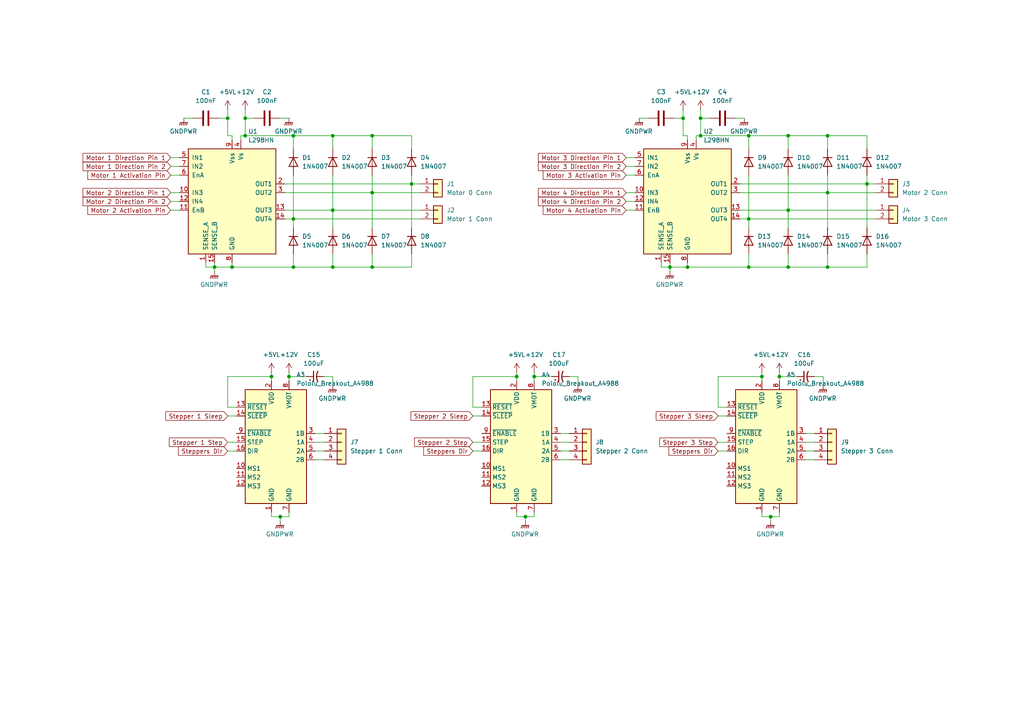
<source format=kicad_sch>
(kicad_sch (version 20250114) (generator "eeschema") (generator_version "9.0")
  (paper "A4")
  (lib_symbols
    (symbol "Connector_Generic:Conn_01x02" (pin_names (offset 1.016) (hide yes))
      (property "Reference" "J" (at 0 2.54 0))
      (property "Value" "Conn_01x02" (at 0 -5.08 0))
      (symbol "Conn_01x02_1_1"
        (rectangle (start -1.27 1.27) (end 1.27 -3.81) (stroke (width 0.254)) (fill (type background)))
        (rectangle (start -1.27 0.127) (end 0 -0.127) (stroke (width 0.1524)))
        (rectangle (start -1.27 -2.413) (end 0 -2.667) (stroke (width 0.1524)))
        (pin passive line (at -5.08 0 0) (length 3.81) (name "Pin_1") (number "1"))
        (pin passive line (at -5.08 -2.54 0) (length 3.81) (name "Pin_2") (number "2"))
      )
    )
    (symbol "Connector_Generic:Conn_01x04" (pin_names (offset 1.016) (hide yes))
      (property "Reference" "J" (at 0 5.08 0))
      (property "Value" "Conn_01x04" (at 0 -7.62 0))
      (symbol "Conn_01x04_1_1"
        (rectangle (start -1.27 3.81) (end 1.27 -6.35) (stroke (width 0.254)) (fill (type background)))
        (rectangle (start -1.27 2.667) (end 0 2.413) (stroke (width 0.1524)))
        (rectangle (start -1.27 0.127) (end 0 -0.127) (stroke (width 0.1524)))
        (rectangle (start -1.27 -2.413) (end 0 -2.667) (stroke (width 0.1524)))
        (rectangle (start -1.27 -4.953) (end 0 -5.207) (stroke (width 0.1524)))
        (pin passive line (at -5.08 2.54 0) (length 3.81) (name "Pin_1") (number "1"))
        (pin passive line (at -5.08 0 0) (length 3.81) (name "Pin_2") (number "2"))
        (pin passive line (at -5.08 -2.54 0) (length 3.81) (name "Pin_3") (number "3"))
        (pin passive line (at -5.08 -5.08 0) (length 3.81) (name "Pin_4") (number "4"))
      )
    )
    (symbol "Device:C" (pin_numbers (hide yes)) (pin_names (offset 0.254))
      (property "Reference" "C" (at 0.635 2.54 0))
      (property "Value" "C" (at 0.635 -2.54 0))
      (symbol "C_0_1"
        (polyline (pts (xy -2.032 0.762) (xy 2.032 0.762)) (stroke (width 0.508)))
        (polyline (pts (xy -2.032 -0.762) (xy 2.032 -0.762)) (stroke (width 0.508)))
      )
      (symbol "C_1_1"
        (pin passive line (at 0 3.81 270) (length 2.794) (name "~") (number "1"))
        (pin passive line (at 0 -3.81 90) (length 2.794) (name "~") (number "2"))
      )
    )
    (symbol "Device:C_Polarized_Small_US" (pin_numbers (hide yes)) (pin_names (offset 0.254) (hide yes))
      (property "Reference" "C" (at 0.254 1.778 0))
      (property "Value" "C_Polarized_Small_US" (at 0.254 -2.032 0))
      (symbol "C_Polarized_Small_US_0_1"
        (polyline (pts (xy -1.524 0.508) (xy 1.524 0.508)) (stroke (width 0.3048)))
        (polyline (pts (xy -1.27 1.524) (xy -0.762 1.524)))
        (polyline (pts (xy -1.016 1.27) (xy -1.016 1.778)))
        (arc (start -1.524 -0.762) (mid 0 -0.3734) (end 1.524 -0.762) (stroke (width 0.3048)))
      )
      (symbol "C_Polarized_Small_US_1_1"
        (pin passive line (at 0 2.54 270) (length 2.032) (name "~") (number "1"))
        (pin passive line (at 0 -2.54 90) (length 2.032) (name "~") (number "2"))
      )
    )
    (symbol "Diode:1N4007" (pin_numbers (hide yes)) (pin_names (hide yes))
      (property "Reference" "D" (at 0 2.54 0))
      (property "Value" "1N4007" (at 0 -2.54 0))
      (symbol "1N4007_0_1"
        (polyline (pts (xy -1.27 1.27) (xy -1.27 -1.27)) (stroke (width 0.254)))
        (polyline (pts (xy 1.27 1.27) (xy 1.27 -1.27) (xy -1.27 0) (xy 1.27 1.27)) (stroke (width 0.254)))
        (polyline (pts (xy 1.27 0) (xy -1.27 0)))
      )
      (symbol "1N4007_1_1"
        (pin passive line (at -3.81 0 0) (length 2.54) (name "K") (number "1"))
        (pin passive line (at 3.81 0 180) (length 2.54) (name "A") (number "2"))
      )
    )
    (symbol "Driver_Motor:L298HN" (pin_names (offset 1.016))
      (property "Reference" "U" (at -10.16 16.51 0))
      (property "Value" "L298HN" (at 12.7 16.51 0))
      (symbol "L298HN_0_1"
        (rectangle (start -12.7 15.24) (end 12.7 -15.24) (stroke (width 0.254)) (fill (type background)))
      )
      (symbol "L298HN_1_1"
        (pin input line (at -15.24 12.7 0) (length 2.54) (name "IN1") (number "5"))
        (pin input line (at -15.24 10.16 0) (length 2.54) (name "IN2") (number "7"))
        (pin input line (at -15.24 7.62 0) (length 2.54) (name "EnA") (number "6"))
        (pin input line (at -15.24 2.54 0) (length 2.54) (name "IN3") (number "10"))
        (pin input line (at -15.24 0 0) (length 2.54) (name "IN4") (number "12"))
        (pin input line (at -15.24 -2.54 0) (length 2.54) (name "EnB") (number "11"))
        (pin power_in line (at -7.62 -17.78 90) (length 2.54) (name "SENSE_A") (number "1"))
        (pin power_in line (at -5.08 -17.78 90) (length 2.54) (name "SENSE_B") (number "15"))
        (pin power_in line (at 0 17.78 270) (length 2.54) (name "Vss") (number "9"))
        (pin power_in line (at 0 -17.78 90) (length 2.54) (name "GND") (number "8"))
        (pin power_in line (at 2.54 17.78 270) (length 2.54) (name "Vs") (number "4"))
        (pin output line (at 15.24 5.08 180) (length 2.54) (name "OUT1") (number "2"))
        (pin output line (at 15.24 2.54 180) (length 2.54) (name "OUT2") (number "3"))
        (pin output line (at 15.24 -2.54 180) (length 2.54) (name "OUT3") (number "13"))
        (pin output line (at 15.24 -5.08 180) (length 2.54) (name "OUT4") (number "14"))
      )
    )
    (symbol "Driver_Motor:Pololu_Breakout_A4988"
      (property "Reference" "A" (at -2.54 19.05 0))
      (property "Value" "Pololu_Breakout_A4988" (at -2.54 16.51 0))
      (symbol "Pololu_Breakout_A4988_0_1"
        (rectangle (start 10.16 -17.78) (end -7.62 15.24) (stroke (width 0.254)) (fill (type background)))
      )
      (symbol "Pololu_Breakout_A4988_1_1"
        (pin input line (at -10.16 10.16 0) (length 2.54) (name "~{RESET}") (number "13"))
        (pin input line (at -10.16 7.62 0) (length 2.54) (name "~{SLEEP}") (number "14"))
        (pin input line (at -10.16 2.54 0) (length 2.54) (name "~{ENABLE}") (number "9"))
        (pin input line (at -10.16 0 0) (length 2.54) (name "STEP") (number "15"))
        (pin input line (at -10.16 -2.54 0) (length 2.54) (name "DIR") (number "16"))
        (pin input line (at -10.16 -7.62 0) (length 2.54) (name "MS1") (number "10"))
        (pin input line (at -10.16 -10.16 0) (length 2.54) (name "MS2") (number "11"))
        (pin input line (at -10.16 -12.7 0) (length 2.54) (name "MS3") (number "12"))
        (pin power_in line (at 0 17.78 270) (length 2.54) (name "VDD") (number "2"))
        (pin power_in line (at 0 -20.32 90) (length 2.54) (name "GND") (number "1"))
        (pin power_in line (at 5.08 17.78 270) (length 2.54) (name "VMOT") (number "8"))
        (pin power_in line (at 5.08 -20.32 90) (length 2.54) (name "GND") (number "7"))
        (pin output line (at 12.7 2.54 180) (length 2.54) (name "1B") (number "3"))
        (pin output line (at 12.7 0 180) (length 2.54) (name "1A") (number "4"))
        (pin output line (at 12.7 -2.54 180) (length 2.54) (name "2A") (number "5"))
        (pin output line (at 12.7 -5.08 180) (length 2.54) (name "2B") (number "6"))
      )
    )
    (symbol "power:+12V" (power) (pin_numbers (hide yes)) (pin_names (offset 0) (hide yes))
      (property "Value" "+12V" (at 0 3.556 0))
      (symbol "+12V_0_1"
        (polyline (pts (xy -0.762 1.27) (xy 0 2.54)))
        (polyline (pts (xy 0 2.54) (xy 0.762 1.27)))
        (polyline (pts (xy 0 0) (xy 0 2.54)))
      )
      (symbol "+12V_1_1"
        (pin power_in line (at 0 0 90) (length 0) (name "~") (number "1"))
      )
    )
    (symbol "power:+5VL" (power) (pin_numbers (hide yes)) (pin_names (offset 0) (hide yes))
      (property "Value" "+5VL" (at 0 3.556 0))
      (symbol "+5VL_0_1"
        (polyline (pts (xy -0.762 1.27) (xy 0 2.54)))
        (polyline (pts (xy 0 2.54) (xy 0.762 1.27)))
        (polyline (pts (xy 0 0) (xy 0 2.54)))
      )
      (symbol "+5VL_1_1"
        (pin power_in line (at 0 0 90) (length 0) (name "~") (number "1"))
      )
    )
    (symbol "power:GNDPWR" (power) (pin_numbers (hide yes)) (pin_names (offset 0) (hide yes))
      (property "Value" "GNDPWR" (at 0 -3.302 0))
      (symbol "GNDPWR_0_1"
        (polyline (pts (xy -1.016 -1.27) (xy -1.27 -2.032) (xy -1.27 -2.032)) (stroke (width 0.2032)))
        (polyline (pts (xy -0.508 -1.27) (xy -0.762 -2.032) (xy -0.762 -2.032)) (stroke (width 0.2032)))
        (polyline (pts (xy 0 -1.27) (xy 0 0)))
        (polyline (pts (xy 0 -1.27) (xy -0.254 -2.032) (xy -0.254 -2.032)) (stroke (width 0.2032)))
        (polyline (pts (xy 0.508 -1.27) (xy 0.254 -2.032) (xy 0.254 -2.032)) (stroke (width 0.2032)))
        (polyline (pts (xy 1.016 -1.27) (xy -1.016 -1.27) (xy -1.016 -1.27)) (stroke (width 0.2032)))
        (polyline (pts (xy 1.016 -1.27) (xy 0.762 -2.032) (xy 0.762 -2.032) (xy 0.762 -2.032)) (stroke (width 0.2032)))
      )
      (symbol "GNDPWR_1_1"
        (pin power_in line (at 0 0 270) (length 0) (name "~") (number "1"))
      )
    )
  )
  (junction (at 228.6 60.96))
  (junction (at 78.74 109.22))
  (junction (at 149.86 109.22))
  (junction (at 83.82 109.22))
  (junction (at 107.95 39.37))
  (junction (at 96.52 77.47))
  (junction (at 228.6 77.47))
  (junction (at 154.94 109.22))
  (junction (at 85.09 77.47))
  (junction (at 81.28 149.86))
  (junction (at 217.17 63.5))
  (junction (at 85.09 39.37))
  (junction (at 96.52 60.96))
  (junction (at 194.31 77.47))
  (junction (at 152.4 149.86))
  (junction (at 119.38 53.34))
  (junction (at 240.03 39.37))
  (junction (at 223.52 149.86))
  (junction (at 66.04 34.29))
  (junction (at 240.03 55.88))
  (junction (at 203.2 34.29))
  (junction (at 67.31 77.47))
  (junction (at 85.09 63.5))
  (junction (at 107.95 55.88))
  (junction (at 240.03 77.47))
  (junction (at 198.12 34.29))
  (junction (at 217.17 39.37))
  (junction (at 203.2 39.37))
  (junction (at 217.17 77.47))
  (junction (at 71.12 34.29))
  (junction (at 251.46 53.34))
  (junction (at 199.39 77.47))
  (junction (at 71.12 39.37))
  (junction (at 107.95 77.47))
  (junction (at 62.23 77.47))
  (junction (at 96.52 39.37))
  (junction (at 220.98 109.22))
  (junction (at 226.06 109.22))
  (junction (at 228.6 39.37))
  (wire (pts (xy 217.17 63.5) (xy 254 63.5)))
  (wire (pts (xy 71.12 34.29) (xy 71.12 39.37)))
  (wire (pts (xy 198.12 31.75) (xy 198.12 34.29)))
  (wire (pts (xy 181.61 45.72) (xy 184.15 45.72)))
  (wire (pts (xy 238.76 109.22) (xy 238.76 111.76)))
  (wire (pts (xy 107.95 39.37) (xy 119.38 39.37)))
  (wire (pts (xy 220.98 149.86) (xy 223.52 149.86)))
  (wire (pts (xy 85.09 63.5) (xy 85.09 66.04)))
  (wire (pts (xy 59.69 76.2) (xy 59.69 77.47)))
  (wire (pts (xy 214.63 60.96) (xy 228.6 60.96)))
  (wire (pts (xy 228.6 77.47) (xy 240.03 77.47)))
  (wire (pts (xy 208.28 109.22) (xy 220.98 109.22)))
  (wire (pts (xy 217.17 63.5) (xy 217.17 66.04)))
  (wire (pts (xy 201.93 39.37) (xy 203.2 39.37)))
  (wire (pts (xy 191.77 77.47) (xy 194.31 77.47)))
  (wire (pts (xy 251.46 50.8) (xy 251.46 53.34)))
  (wire (pts (xy 82.55 63.5) (xy 85.09 63.5)))
  (wire (pts (xy 233.68 125.73) (xy 236.22 125.73)))
  (wire (pts (xy 199.39 76.2) (xy 199.39 77.47)))
  (wire (pts (xy 226.06 109.22) (xy 226.06 110.49)))
  (wire (pts (xy 214.63 63.5) (xy 217.17 63.5)))
  (wire (pts (xy 66.04 39.37) (xy 67.31 39.37)))
  (wire (pts (xy 223.52 151.13) (xy 223.52 149.86)))
  (wire (pts (xy 217.17 43.18) (xy 217.17 39.37)))
  (wire (pts (xy 119.38 73.66) (xy 119.38 77.47)))
  (wire (pts (xy 214.63 55.88) (xy 240.03 55.88)))
  (wire (pts (xy 91.44 125.73) (xy 93.98 125.73)))
  (wire (pts (xy 162.56 133.35) (xy 165.1 133.35)))
  (wire (pts (xy 66.04 120.65) (xy 68.58 120.65)))
  (wire (pts (xy 240.03 73.66) (xy 240.03 77.47)))
  (wire (pts (xy 85.09 77.47) (xy 96.52 77.47)))
  (wire (pts (xy 81.28 151.13) (xy 81.28 149.86)))
  (wire (pts (xy 91.44 130.81) (xy 93.98 130.81)))
  (wire (pts (xy 49.53 45.72) (xy 52.07 45.72)))
  (wire (pts (xy 96.52 50.8) (xy 96.52 60.96)))
  (wire (pts (xy 66.04 109.22) (xy 78.74 109.22)))
  (wire (pts (xy 162.56 130.81) (xy 165.1 130.81)))
  (wire (pts (xy 85.09 73.66) (xy 85.09 77.47)))
  (wire (pts (xy 217.17 50.8) (xy 217.17 63.5)))
  (wire (pts (xy 217.17 73.66) (xy 217.17 77.47)))
  (wire (pts (xy 162.56 125.73) (xy 165.1 125.73)))
  (wire (pts (xy 67.31 76.2) (xy 67.31 77.47)))
  (wire (pts (xy 67.31 39.37) (xy 67.31 40.64)))
  (wire (pts (xy 107.95 55.88) (xy 121.92 55.88)))
  (wire (pts (xy 63.5 34.29) (xy 66.04 34.29)))
  (wire (pts (xy 83.82 107.95) (xy 83.82 109.22)))
  (wire (pts (xy 199.39 77.47) (xy 217.17 77.47)))
  (wire (pts (xy 154.94 109.22) (xy 160.02 109.22)))
  (wire (pts (xy 181.61 50.8) (xy 184.15 50.8)))
  (wire (pts (xy 226.06 107.95) (xy 226.06 109.22)))
  (wire (pts (xy 167.64 109.22) (xy 167.64 111.76)))
  (wire (pts (xy 53.34 34.29) (xy 55.88 34.29)))
  (wire (pts (xy 96.52 109.22) (xy 96.52 111.76)))
  (wire (pts (xy 220.98 107.95) (xy 220.98 109.22)))
  (wire (pts (xy 198.12 34.29) (xy 198.12 39.37)))
  (wire (pts (xy 107.95 55.88) (xy 107.95 66.04)))
  (wire (pts (xy 137.16 128.27) (xy 139.7 128.27)))
  (wire (pts (xy 154.94 148.59) (xy 154.94 149.86)))
  (wire (pts (xy 228.6 73.66) (xy 228.6 77.47)))
  (wire (pts (xy 220.98 148.59) (xy 220.98 149.86)))
  (wire (pts (xy 96.52 39.37) (xy 107.95 39.37)))
  (wire (pts (xy 203.2 39.37) (xy 217.17 39.37)))
  (wire (pts (xy 162.56 128.27) (xy 165.1 128.27)))
  (wire (pts (xy 96.52 73.66) (xy 96.52 77.47)))
  (wire (pts (xy 93.98 109.22) (xy 96.52 109.22)))
  (wire (pts (xy 228.6 60.96) (xy 254 60.96)))
  (wire (pts (xy 137.16 118.11) (xy 139.7 118.11)))
  (wire (pts (xy 203.2 34.29) (xy 205.74 34.29)))
  (wire (pts (xy 83.82 109.22) (xy 88.9 109.22)))
  (wire (pts (xy 149.86 109.22) (xy 149.86 110.49)))
  (wire (pts (xy 240.03 50.8) (xy 240.03 55.88)))
  (wire (pts (xy 83.82 149.86) (xy 81.28 149.86)))
  (wire (pts (xy 91.44 128.27) (xy 93.98 128.27)))
  (wire (pts (xy 220.98 109.22) (xy 220.98 110.49)))
  (wire (pts (xy 49.53 50.8) (xy 52.07 50.8)))
  (wire (pts (xy 165.1 109.22) (xy 167.64 109.22)))
  (wire (pts (xy 66.04 31.75) (xy 66.04 34.29)))
  (wire (pts (xy 181.61 48.26) (xy 184.15 48.26)))
  (wire (pts (xy 208.28 118.11) (xy 210.82 118.11)))
  (wire (pts (xy 83.82 109.22) (xy 83.82 110.49)))
  (wire (pts (xy 66.04 118.11) (xy 68.58 118.11)))
  (wire (pts (xy 199.39 39.37) (xy 198.12 39.37)))
  (wire (pts (xy 85.09 63.5) (xy 121.92 63.5)))
  (wire (pts (xy 199.39 77.47) (xy 194.31 77.47)))
  (wire (pts (xy 240.03 55.88) (xy 240.03 66.04)))
  (wire (pts (xy 137.16 118.11) (xy 137.16 109.22)))
  (wire (pts (xy 233.68 133.35) (xy 236.22 133.35)))
  (wire (pts (xy 107.95 73.66) (xy 107.95 77.47)))
  (wire (pts (xy 81.28 34.29) (xy 83.82 34.29)))
  (wire (pts (xy 240.03 55.88) (xy 254 55.88)))
  (wire (pts (xy 203.2 34.29) (xy 203.2 39.37)))
  (wire (pts (xy 149.86 148.59) (xy 149.86 149.86)))
  (wire (pts (xy 208.28 130.81) (xy 210.82 130.81)))
  (wire (pts (xy 78.74 109.22) (xy 78.74 110.49)))
  (wire (pts (xy 91.44 133.35) (xy 93.98 133.35)))
  (wire (pts (xy 208.28 120.65) (xy 210.82 120.65)))
  (wire (pts (xy 107.95 50.8) (xy 107.95 55.88)))
  (wire (pts (xy 137.16 120.65) (xy 139.7 120.65)))
  (wire (pts (xy 119.38 43.18) (xy 119.38 39.37)))
  (wire (pts (xy 154.94 107.95) (xy 154.94 109.22)))
  (wire (pts (xy 82.55 60.96) (xy 96.52 60.96)))
  (wire (pts (xy 240.03 39.37) (xy 240.03 43.18)))
  (wire (pts (xy 82.55 55.88) (xy 107.95 55.88)))
  (wire (pts (xy 137.16 130.81) (xy 139.7 130.81)))
  (wire (pts (xy 152.4 151.13) (xy 152.4 149.86)))
  (wire (pts (xy 228.6 50.8) (xy 228.6 60.96)))
  (wire (pts (xy 71.12 39.37) (xy 85.09 39.37)))
  (wire (pts (xy 226.06 148.59) (xy 226.06 149.86)))
  (wire (pts (xy 66.04 34.29) (xy 66.04 39.37)))
  (wire (pts (xy 149.86 107.95) (xy 149.86 109.22)))
  (wire (pts (xy 214.63 53.34) (xy 251.46 53.34)))
  (wire (pts (xy 228.6 39.37) (xy 217.17 39.37)))
  (wire (pts (xy 83.82 148.59) (xy 83.82 149.86)))
  (wire (pts (xy 85.09 77.47) (xy 67.31 77.47)))
  (wire (pts (xy 195.58 34.29) (xy 198.12 34.29)))
  (wire (pts (xy 96.52 60.96) (xy 121.92 60.96)))
  (wire (pts (xy 251.46 39.37) (xy 240.03 39.37)))
  (wire (pts (xy 69.85 39.37) (xy 69.85 40.64)))
  (wire (pts (xy 71.12 34.29) (xy 73.66 34.29)))
  (wire (pts (xy 228.6 60.96) (xy 228.6 66.04)))
  (wire (pts (xy 71.12 39.37) (xy 69.85 39.37)))
  (wire (pts (xy 107.95 39.37) (xy 107.95 43.18)))
  (wire (pts (xy 236.22 109.22) (xy 238.76 109.22)))
  (wire (pts (xy 78.74 148.59) (xy 78.74 149.86)))
  (wire (pts (xy 96.52 39.37) (xy 96.52 43.18)))
  (wire (pts (xy 62.23 77.47) (xy 67.31 77.47)))
  (wire (pts (xy 85.09 50.8) (xy 85.09 63.5)))
  (wire (pts (xy 251.46 53.34) (xy 251.46 66.04)))
  (wire (pts (xy 96.52 60.96) (xy 96.52 66.04)))
  (wire (pts (xy 240.03 77.47) (xy 251.46 77.47)))
  (wire (pts (xy 240.03 39.37) (xy 228.6 39.37)))
  (wire (pts (xy 149.86 149.86) (xy 152.4 149.86)))
  (wire (pts (xy 233.68 130.81) (xy 236.22 130.81)))
  (wire (pts (xy 66.04 128.27) (xy 68.58 128.27)))
  (wire (pts (xy 203.2 31.75) (xy 203.2 34.29)))
  (wire (pts (xy 49.53 60.96) (xy 52.07 60.96)))
  (wire (pts (xy 226.06 149.86) (xy 223.52 149.86)))
  (wire (pts (xy 181.61 60.96) (xy 184.15 60.96)))
  (wire (pts (xy 185.42 34.29) (xy 187.96 34.29)))
  (wire (pts (xy 85.09 39.37) (xy 85.09 43.18)))
  (wire (pts (xy 96.52 77.47) (xy 107.95 77.47)))
  (wire (pts (xy 71.12 31.75) (xy 71.12 34.29)))
  (wire (pts (xy 208.28 118.11) (xy 208.28 109.22)))
  (wire (pts (xy 233.68 128.27) (xy 236.22 128.27)))
  (wire (pts (xy 137.16 109.22) (xy 149.86 109.22)))
  (wire (pts (xy 217.17 77.47) (xy 228.6 77.47)))
  (wire (pts (xy 78.74 107.95) (xy 78.74 109.22)))
  (wire (pts (xy 82.55 53.34) (xy 119.38 53.34)))
  (wire (pts (xy 49.53 48.26) (xy 52.07 48.26)))
  (wire (pts (xy 49.53 55.88) (xy 52.07 55.88)))
  (wire (pts (xy 201.93 40.64) (xy 201.93 39.37)))
  (wire (pts (xy 226.06 109.22) (xy 231.14 109.22)))
  (wire (pts (xy 194.31 77.47) (xy 194.31 76.2)))
  (wire (pts (xy 208.28 128.27) (xy 210.82 128.27)))
  (wire (pts (xy 85.09 39.37) (xy 96.52 39.37)))
  (wire (pts (xy 181.61 58.42) (xy 184.15 58.42)))
  (wire (pts (xy 154.94 149.86) (xy 152.4 149.86)))
  (wire (pts (xy 251.46 73.66) (xy 251.46 77.47)))
  (wire (pts (xy 119.38 50.8) (xy 119.38 53.34)))
  (wire (pts (xy 66.04 118.11) (xy 66.04 109.22)))
  (wire (pts (xy 154.94 109.22) (xy 154.94 110.49)))
  (wire (pts (xy 191.77 76.2) (xy 191.77 77.47)))
  (wire (pts (xy 49.53 58.42) (xy 52.07 58.42)))
  (wire (pts (xy 199.39 40.64) (xy 199.39 39.37)))
  (wire (pts (xy 194.31 77.47) (xy 194.31 78.74)))
  (wire (pts (xy 62.23 76.2) (xy 62.23 77.47)))
  (wire (pts (xy 62.23 77.47) (xy 62.23 78.74)))
  (wire (pts (xy 213.36 34.29) (xy 215.9 34.29)))
  (wire (pts (xy 251.46 43.18) (xy 251.46 39.37)))
  (wire (pts (xy 59.69 77.47) (xy 62.23 77.47)))
  (wire (pts (xy 251.46 53.34) (xy 254 53.34)))
  (wire (pts (xy 119.38 53.34) (xy 119.38 66.04)))
  (wire (pts (xy 181.61 55.88) (xy 184.15 55.88)))
  (wire (pts (xy 107.95 77.47) (xy 119.38 77.47)))
  (wire (pts (xy 119.38 53.34) (xy 121.92 53.34)))
  (wire (pts (xy 228.6 43.18) (xy 228.6 39.37)))
  (wire (pts (xy 66.04 130.81) (xy 68.58 130.81)))
  (wire (pts (xy 78.74 149.86) (xy 81.28 149.86)))
  (global_label "Motor 3 Direction Pin 1" (shape input) (at 181.61 45.72 180) (property "Intersheetrefs" "${INTERSHEET_REFS}" (effects (hide yes))))
  (global_label "Stepper 1 Step" (shape input) (at 66.04 128.27 180) (property "Intersheetrefs" "${INTERSHEET_REFS}" (effects (hide yes))))
  (global_label "Motor 4 Activation Pin" (shape input) (at 181.61 60.96 180) (property "Intersheetrefs" "${INTERSHEET_REFS}" (effects (hide yes))))
  (global_label "Stepper 3 Step" (shape input) (at 208.28 128.27 180) (property "Intersheetrefs" "${INTERSHEET_REFS}" (effects (hide yes))))
  (global_label "Stepper 2 Sleep" (shape input) (at 137.16 120.65 180) (property "Intersheetrefs" "${INTERSHEET_REFS}" (effects (hide yes))))
  (global_label "Motor 1 Activation Pin" (shape input) (at 49.53 50.8 180) (property "Intersheetrefs" "${INTERSHEET_REFS}" (effects (hide yes))))
  (global_label "Steppers Dir" (shape input) (at 66.04 130.81 180) (property "Intersheetrefs" "${INTERSHEET_REFS}" (effects (hide yes))))
  (global_label "Motor 3 Activation Pin" (shape input) (at 181.61 50.8 180) (property "Intersheetrefs" "${INTERSHEET_REFS}" (effects (hide yes))))
  (global_label "Motor 2 Direction Pin 1" (shape input) (at 49.53 55.88 180) (property "Intersheetrefs" "${INTERSHEET_REFS}" (effects (hide yes))))
  (global_label "Motor 3 Direction Pin 2" (shape input) (at 181.61 48.26 180) (property "Intersheetrefs" "${INTERSHEET_REFS}" (effects (hide yes))))
  (global_label "Motor 1 Direction Pin 1" (shape input) (at 49.53 45.72 180) (property "Intersheetrefs" "${INTERSHEET_REFS}" (effects (hide yes))))
  (global_label "Motor 4 Direction Pin 2" (shape input) (at 181.61 58.42 180) (property "Intersheetrefs" "${INTERSHEET_REFS}" (effects (hide yes))))
  (global_label "Stepper 2 Step" (shape input) (at 137.16 128.27 180) (property "Intersheetrefs" "${INTERSHEET_REFS}" (effects (hide yes))))
  (global_label "Steppers Dir" (shape input) (at 208.28 130.81 180) (property "Intersheetrefs" "${INTERSHEET_REFS}" (effects (hide yes))))
  (global_label "Steppers Dir" (shape input) (at 137.16 130.81 180) (property "Intersheetrefs" "${INTERSHEET_REFS}" (effects (hide yes))))
  (global_label "Motor 1 Direction Pin 2" (shape input) (at 49.53 48.26 180) (property "Intersheetrefs" "${INTERSHEET_REFS}" (effects (hide yes))))
  (global_label "Motor 4 Direction Pin 1" (shape input) (at 181.61 55.88 180) (property "Intersheetrefs" "${INTERSHEET_REFS}" (effects (hide yes))))
  (global_label "Stepper 1 Sleep" (shape input) (at 66.04 120.65 180) (property "Intersheetrefs" "${INTERSHEET_REFS}" (effects (hide yes))))
  (global_label "Motor 2 Activation Pin" (shape input) (at 49.53 60.96 180) (property "Intersheetrefs" "${INTERSHEET_REFS}" (effects (hide yes))))
  (global_label "Motor 2 Direction Pin 2" (shape input) (at 49.53 58.42 180) (property "Intersheetrefs" "${INTERSHEET_REFS}" (effects (hide yes))))
  (global_label "Stepper 3 Sleep" (shape input) (at 208.28 120.65 180) (property "Intersheetrefs" "${INTERSHEET_REFS}" (effects (hide yes))))
  (symbol (lib_id "Connector_Generic:Conn_01x02") (at 127 53.34 0) (unit 1)
    (property "Reference" "J1" (at 129.54 53.3399 0) (effects (justify left)))
    (property "Value" "Motor 0 Conn" (at 129.54 55.8799 0) (effects (justify left)))
    (property "Footprint" "Connector_PinHeader_2.54mm:PinHeader_1x02_P2.54mm_Vertical" (effects (hide yes)))
    (property "Description" "Generic connector, single row, 01x02, script generated (kicad-library-utils/schlib/autogen/connector/)" (effects (hide yes)))
  )
  (symbol (lib_id "Diode:1N4007") (at 85.09 46.99 270) (unit 1)
    (property "Reference" "D1" (at 87.63 45.7199 90) (effects (justify left)))
    (property "Value" "1N4007" (at 87.63 48.2599 90) (effects (justify left)))
    (property "Footprint" "Diode_THT:D_DO-41_SOD81_P10.16mm_Horizontal" (effects (hide yes)))
    (property "Datasheet" "http://www.vishay.com/docs/88503/1n4001.pdf" (effects (hide yes)))
    (property "Description" "1000V 1A General Purpose Rectifier Diode, DO-41" (effects (hide yes)))
    (property "Sim.Device" "D" (effects (hide yes)))
    (property "Sim.Pins" "1=K 2=A" (effects (hide yes)))
  )
  (symbol (lib_id "Driver_Motor:L298HN") (at 67.31 58.42 0) (unit 1)
    (property "Reference" "U1" (at 71.9933 38.1 0) (effects (justify left)))
    (property "Value" "L298HN" (at 71.9933 40.64 0) (effects (justify left)))
    (property "Footprint" "Package_TO_SOT_THT:TO-220-15_P2.54x2.54mm_StaggerOdd_Lead5.84mm_TabDown" (effects (hide yes)))
    (property "Datasheet" "http://www.st.com/st-web-ui/static/active/en/resource/technical/document/datasheet/CD00000240.pdf" (effects (hide yes)))
    (property "Description" "Dual full bridge motor driver, up to 46V, 4A, Multiwatt15-H" (effects (hide yes)))
  )
  (symbol (lib_id "Diode:1N4007") (at 217.17 69.85 270) (unit 1)
    (property "Reference" "D13" (at 219.71 68.5799 90) (effects (justify left)))
    (property "Value" "1N4007" (at 219.71 71.1199 90) (effects (justify left)))
    (property "Footprint" "Diode_THT:D_DO-41_SOD81_P10.16mm_Horizontal" (effects (hide yes)))
    (property "Datasheet" "http://www.vishay.com/docs/88503/1n4001.pdf" (effects (hide yes)))
    (property "Description" "1000V 1A General Purpose Rectifier Diode, DO-41" (effects (hide yes)))
    (property "Sim.Device" "D" (effects (hide yes)))
    (property "Sim.Pins" "1=K 2=A" (effects (hide yes)))
  )
  (symbol (lib_id "power:GNDPWR") (at 152.4 151.13 0) (unit 1)
    (property "Reference" "#PWR031" (effects (hide yes)))
    (property "Value" "GNDPWR" (at 152.273 154.94 0))
    (property "Description" "Power symbol creates a global label with name \"GNDPWR\" , global ground" (effects (hide yes)))
  )
  (symbol (lib_id "power:+12V") (at 71.12 31.75 0) (unit 1)
    (property "Reference" "#PWR04" (effects (hide yes)))
    (property "Value" "+12V" (at 71.12 26.67 0))
    (property "Description" "Power symbol creates a global label with name \"+12V\"" (effects (hide yes)))
  )
  (symbol (lib_id "power:GNDPWR") (at 215.9 34.29 0) (unit 1)
    (property "Reference" "#PWR010" (effects (hide yes)))
    (property "Value" "GNDPWR" (at 215.773 38.1 0))
    (property "Description" "Power symbol creates a global label with name \"GNDPWR\" , global ground" (effects (hide yes)))
  )
  (symbol (lib_id "Driver_Motor:Pololu_Breakout_A4988") (at 220.98 128.27 0) (unit 1)
    (property "Reference" "A5" (at 228.2033 107.95 0) (effects (justify left top)))
    (property "Value" "Pololu_Breakout_A4988" (at 228.2033 110.49 0) (effects (justify left top)))
    (property "Footprint" "Module:Pololu_Breakout-16_15.2x20.3mm" (effects (hide yes)))
    (property "Datasheet" "https://www.pololu.com/product/2980/pictures" (effects (hide yes)))
    (property "Description" "Pololu Breakout Board, Stepper Driver A4988" (effects (hide yes)))
  )
  (symbol (lib_id "power:GNDPWR") (at 53.34 34.29 0) (unit 1)
    (property "Reference" "#PWR08" (effects (hide yes)))
    (property "Value" "GNDPWR" (at 53.213 38.1 0))
    (property "Description" "Power symbol creates a global label with name \"GNDPWR\" , global ground" (effects (hide yes)))
  )
  (symbol (lib_id "Connector_Generic:Conn_01x02") (at 259.08 53.34 0) (unit 1)
    (property "Reference" "J3" (at 261.62 53.3399 0) (effects (justify left)))
    (property "Value" "Motor 2 Conn" (at 261.62 55.8799 0) (effects (justify left)))
    (property "Footprint" "Connector_PinHeader_2.54mm:PinHeader_1x02_P2.54mm_Vertical" (effects (hide yes)))
    (property "Description" "Generic connector, single row, 01x02, script generated (kicad-library-utils/schlib/autogen/connector/)" (effects (hide yes)))
  )
  (symbol (lib_id "Diode:1N4007") (at 96.52 69.85 270) (unit 1)
    (property "Reference" "D6" (at 99.06 68.5799 90) (effects (justify left)))
    (property "Value" "1N4007" (at 99.06 71.1199 90) (effects (justify left)))
    (property "Footprint" "Diode_THT:D_DO-41_SOD81_P10.16mm_Horizontal" (effects (hide yes)))
    (property "Datasheet" "http://www.vishay.com/docs/88503/1n4001.pdf" (effects (hide yes)))
    (property "Description" "1000V 1A General Purpose Rectifier Diode, DO-41" (effects (hide yes)))
    (property "Sim.Device" "D" (effects (hide yes)))
    (property "Sim.Pins" "1=K 2=A" (effects (hide yes)))
  )
  (symbol (lib_id "Diode:1N4007") (at 251.46 69.85 270) (unit 1)
    (property "Reference" "D16" (at 254 68.5799 90) (effects (justify left)))
    (property "Value" "1N4007" (at 254 71.1199 90) (effects (justify left)))
    (property "Footprint" "Diode_THT:D_DO-41_SOD81_P10.16mm_Horizontal" (effects (hide yes)))
    (property "Datasheet" "http://www.vishay.com/docs/88503/1n4001.pdf" (effects (hide yes)))
    (property "Description" "1000V 1A General Purpose Rectifier Diode, DO-41" (effects (hide yes)))
    (property "Sim.Device" "D" (effects (hide yes)))
    (property "Sim.Pins" "1=K 2=A" (effects (hide yes)))
  )
  (symbol (lib_id "Device:C_Polarized_Small_US") (at 91.44 109.22 90) (unit 1)
    (property "Reference" "C15" (at 91.0082 102.87 90))
    (property "Value" "100uF" (at 91.0082 105.41 90))
    (property "Footprint" "Capacitor_THT:CP_Radial_D5.0mm_P2.50mm" (effects (hide yes)))
    (property "Description" "Polarized capacitor, small US symbol" (effects (hide yes)))
  )
  (symbol (lib_id "Connector_Generic:Conn_01x04") (at 99.06 128.27 0) (unit 1)
    (property "Reference" "J7" (at 101.6 128.2699 0) (effects (justify left)))
    (property "Value" "Stepper 1 Conn" (at 101.6 130.8099 0) (effects (justify left)))
    (property "Footprint" "Connector_PinHeader_2.54mm:PinHeader_1x04_P2.54mm_Vertical" (effects (hide yes)))
    (property "Description" "Generic connector, single row, 01x04, script generated (kicad-library-utils/schlib/autogen/connector/)" (effects (hide yes)))
  )
  (symbol (lib_id "power:+12V") (at 83.82 107.95 0) (unit 1)
    (property "Reference" "#PWR026" (effects (hide yes)))
    (property "Value" "+12V" (at 83.82 102.87 0))
    (property "Description" "Power symbol creates a global label with name \"+12V\"" (effects (hide yes)))
  )
  (symbol (lib_id "power:GNDPWR") (at 81.28 151.13 0) (unit 1)
    (property "Reference" "#PWR028" (effects (hide yes)))
    (property "Value" "GNDPWR" (at 81.153 154.94 0))
    (property "Description" "Power symbol creates a global label with name \"GNDPWR\" , global ground" (effects (hide yes)))
  )
  (symbol (lib_id "power:GNDPWR") (at 96.52 111.76 0) (unit 1)
    (property "Reference" "#PWR029" (effects (hide yes)))
    (property "Value" "GNDPWR" (at 96.393 115.57 0))
    (property "Description" "Power symbol creates a global label with name \"GNDPWR\" , global ground" (effects (hide yes)))
  )
  (symbol (lib_id "Diode:1N4007") (at 217.17 46.99 270) (unit 1)
    (property "Reference" "D9" (at 219.71 45.7199 90) (effects (justify left)))
    (property "Value" "1N4007" (at 219.71 48.2599 90) (effects (justify left)))
    (property "Footprint" "Diode_THT:D_DO-41_SOD81_P10.16mm_Horizontal" (effects (hide yes)))
    (property "Datasheet" "http://www.vishay.com/docs/88503/1n4001.pdf" (effects (hide yes)))
    (property "Description" "1000V 1A General Purpose Rectifier Diode, DO-41" (effects (hide yes)))
    (property "Sim.Device" "D" (effects (hide yes)))
    (property "Sim.Pins" "1=K 2=A" (effects (hide yes)))
  )
  (symbol (lib_id "Diode:1N4007") (at 85.09 69.85 270) (unit 1)
    (property "Reference" "D5" (at 87.63 68.5799 90) (effects (justify left)))
    (property "Value" "1N4007" (at 87.63 71.1199 90) (effects (justify left)))
    (property "Footprint" "Diode_THT:D_DO-41_SOD81_P10.16mm_Horizontal" (effects (hide yes)))
    (property "Datasheet" "http://www.vishay.com/docs/88503/1n4001.pdf" (effects (hide yes)))
    (property "Description" "1000V 1A General Purpose Rectifier Diode, DO-41" (effects (hide yes)))
    (property "Sim.Device" "D" (effects (hide yes)))
    (property "Sim.Pins" "1=K 2=A" (effects (hide yes)))
  )
  (symbol (lib_id "power:+12V") (at 226.06 107.95 0) (unit 1)
    (property "Reference" "#PWR036" (effects (hide yes)))
    (property "Value" "+12V" (at 226.06 102.87 0))
    (property "Description" "Power symbol creates a global label with name \"+12V\"" (effects (hide yes)))
  )
  (symbol (lib_id "Diode:1N4007") (at 228.6 46.99 270) (unit 1)
    (property "Reference" "D10" (at 231.14 45.7199 90) (effects (justify left)))
    (property "Value" "1N4007" (at 231.14 48.2599 90) (effects (justify left)))
    (property "Footprint" "Diode_THT:D_DO-41_SOD81_P10.16mm_Horizontal" (effects (hide yes)))
    (property "Datasheet" "http://www.vishay.com/docs/88503/1n4001.pdf" (effects (hide yes)))
    (property "Description" "1000V 1A General Purpose Rectifier Diode, DO-41" (effects (hide yes)))
    (property "Sim.Device" "D" (effects (hide yes)))
    (property "Sim.Pins" "1=K 2=A" (effects (hide yes)))
  )
  (symbol (lib_id "Diode:1N4007") (at 96.52 46.99 270) (unit 1)
    (property "Reference" "D2" (at 99.06 45.7199 90) (effects (justify left)))
    (property "Value" "1N4007" (at 99.06 48.2599 90) (effects (justify left)))
    (property "Footprint" "Diode_THT:D_DO-41_SOD81_P10.16mm_Horizontal" (effects (hide yes)))
    (property "Datasheet" "http://www.vishay.com/docs/88503/1n4001.pdf" (effects (hide yes)))
    (property "Description" "1000V 1A General Purpose Rectifier Diode, DO-41" (effects (hide yes)))
    (property "Sim.Device" "D" (effects (hide yes)))
    (property "Sim.Pins" "1=K 2=A" (effects (hide yes)))
  )
  (symbol (lib_id "Diode:1N4007") (at 228.6 69.85 270) (unit 1)
    (property "Reference" "D14" (at 231.14 68.5799 90) (effects (justify left)))
    (property "Value" "1N4007" (at 231.14 71.1199 90) (effects (justify left)))
    (property "Footprint" "Diode_THT:D_DO-41_SOD81_P10.16mm_Horizontal" (effects (hide yes)))
    (property "Datasheet" "http://www.vishay.com/docs/88503/1n4001.pdf" (effects (hide yes)))
    (property "Description" "1000V 1A General Purpose Rectifier Diode, DO-41" (effects (hide yes)))
    (property "Sim.Device" "D" (effects (hide yes)))
    (property "Sim.Pins" "1=K 2=A" (effects (hide yes)))
  )
  (symbol (lib_id "Connector_Generic:Conn_01x04") (at 170.18 128.27 0) (unit 1)
    (property "Reference" "J8" (at 172.72 128.2699 0) (effects (justify left)))
    (property "Value" "Stepper 2 Conn" (at 172.72 130.8099 0) (effects (justify left)))
    (property "Footprint" "Connector_PinHeader_2.54mm:PinHeader_1x04_P2.54mm_Vertical" (effects (hide yes)))
    (property "Description" "Generic connector, single row, 01x04, script generated (kicad-library-utils/schlib/autogen/connector/)" (effects (hide yes)))
  )
  (symbol (lib_id "Diode:1N4007") (at 240.03 69.85 270) (unit 1)
    (property "Reference" "D15" (at 242.57 68.5799 90) (effects (justify left)))
    (property "Value" "1N4007" (at 242.57 71.1199 90) (effects (justify left)))
    (property "Footprint" "Diode_THT:D_DO-41_SOD81_P10.16mm_Horizontal" (effects (hide yes)))
    (property "Datasheet" "http://www.vishay.com/docs/88503/1n4001.pdf" (effects (hide yes)))
    (property "Description" "1000V 1A General Purpose Rectifier Diode, DO-41" (effects (hide yes)))
    (property "Sim.Device" "D" (effects (hide yes)))
    (property "Sim.Pins" "1=K 2=A" (effects (hide yes)))
  )
  (symbol (lib_id "power:GNDPWR") (at 62.23 78.74 0) (unit 1)
    (property "Reference" "#PWR02" (effects (hide yes)))
    (property "Value" "GNDPWR" (at 62.103 82.55 0))
    (property "Description" "Power symbol creates a global label with name \"GNDPWR\" , global ground" (effects (hide yes)))
  )
  (symbol (lib_id "power:+5VL") (at 66.04 31.75 0) (unit 1)
    (property "Reference" "#PWR015" (effects (hide yes)))
    (property "Value" "+5VL" (at 66.04 26.67 0))
    (property "Description" "Power symbol creates a global label with name \"+5VL\"" (effects (hide yes)))
  )
  (symbol (lib_id "power:GNDPWR") (at 83.82 34.29 0) (unit 1)
    (property "Reference" "#PWR07" (effects (hide yes)))
    (property "Value" "GNDPWR" (at 83.693 38.1 0))
    (property "Description" "Power symbol creates a global label with name \"GNDPWR\" , global ground" (effects (hide yes)))
  )
  (symbol (lib_id "Driver_Motor:L298HN") (at 199.39 58.42 0) (unit 1)
    (property "Reference" "U2" (at 204.0733 38.1 0) (effects (justify left)))
    (property "Value" "L298HN" (at 204.0733 40.64 0) (effects (justify left)))
    (property "Footprint" "Package_TO_SOT_THT:TO-220-15_P2.54x2.54mm_StaggerOdd_Lead5.84mm_TabDown" (effects (hide yes)))
    (property "Datasheet" "http://www.st.com/st-web-ui/static/active/en/resource/technical/document/datasheet/CD00000240.pdf" (effects (hide yes)))
    (property "Description" "Dual full bridge motor driver, up to 46V, 4A, Multiwatt15-H" (effects (hide yes)))
  )
  (symbol (lib_id "Driver_Motor:Pololu_Breakout_A4988") (at 78.74 128.27 0) (unit 1)
    (property "Reference" "A3" (at 85.9633 107.95 0) (effects (justify left top)))
    (property "Value" "Pololu_Breakout_A4988" (at 85.9633 110.49 0) (effects (justify left top)))
    (property "Footprint" "Module:Pololu_Breakout-16_15.2x20.3mm" (effects (hide yes)))
    (property "Datasheet" "https://www.pololu.com/product/2980/pictures" (effects (hide yes)))
    (property "Description" "Pololu Breakout Board, Stepper Driver A4988" (effects (hide yes)))
  )
  (symbol (lib_id "power:GNDPWR") (at 167.64 111.76 0) (unit 1)
    (property "Reference" "#PWR033" (effects (hide yes)))
    (property "Value" "GNDPWR" (at 167.513 115.57 0))
    (property "Description" "Power symbol creates a global label with name \"GNDPWR\" , global ground" (effects (hide yes)))
  )
  (symbol (lib_id "Connector_Generic:Conn_01x02") (at 127 60.96 0) (unit 1)
    (property "Reference" "J2" (at 129.54 60.9599 0) (effects (justify left)))
    (property "Value" "Motor 1 Conn" (at 129.54 63.4999 0) (effects (justify left)))
    (property "Footprint" "Connector_PinHeader_2.54mm:PinHeader_1x02_P2.54mm_Vertical" (effects (hide yes)))
    (property "Description" "Generic connector, single row, 01x02, script generated (kicad-library-utils/schlib/autogen/connector/)" (effects (hide yes)))
  )
  (symbol (lib_id "Diode:1N4007") (at 251.46 46.99 270) (unit 1)
    (property "Reference" "D12" (at 254 45.7199 90) (effects (justify left)))
    (property "Value" "1N4007" (at 254 48.2599 90) (effects (justify left)))
    (property "Footprint" "Diode_THT:D_DO-41_SOD81_P10.16mm_Horizontal" (effects (hide yes)))
    (property "Datasheet" "http://www.vishay.com/docs/88503/1n4001.pdf" (effects (hide yes)))
    (property "Description" "1000V 1A General Purpose Rectifier Diode, DO-41" (effects (hide yes)))
    (property "Sim.Device" "D" (effects (hide yes)))
    (property "Sim.Pins" "1=K 2=A" (effects (hide yes)))
  )
  (symbol (lib_id "Diode:1N4007") (at 240.03 46.99 270) (unit 1)
    (property "Reference" "D11" (at 242.57 45.7199 90) (effects (justify left)))
    (property "Value" "1N4007" (at 242.57 48.2599 90) (effects (justify left)))
    (property "Footprint" "Diode_THT:D_DO-41_SOD81_P10.16mm_Horizontal" (effects (hide yes)))
    (property "Datasheet" "http://www.vishay.com/docs/88503/1n4001.pdf" (effects (hide yes)))
    (property "Description" "1000V 1A General Purpose Rectifier Diode, DO-41" (effects (hide yes)))
    (property "Sim.Device" "D" (effects (hide yes)))
    (property "Sim.Pins" "1=K 2=A" (effects (hide yes)))
  )
  (symbol (lib_id "power:GNDPWR") (at 185.42 34.29 0) (unit 1)
    (property "Reference" "#PWR09" (effects (hide yes)))
    (property "Value" "GNDPWR" (at 185.293 38.1 0))
    (property "Description" "Power symbol creates a global label with name \"GNDPWR\" , global ground" (effects (hide yes)))
  )
  (symbol (lib_id "power:+5VL") (at 198.12 31.75 0) (unit 1)
    (property "Reference" "#PWR03" (effects (hide yes)))
    (property "Value" "+5VL" (at 198.12 26.67 0))
    (property "Description" "Power symbol creates a global label with name \"+5VL\"" (effects (hide yes)))
  )
  (symbol (lib_id "power:GNDPWR") (at 223.52 151.13 0) (unit 1)
    (property "Reference" "#PWR035" (effects (hide yes)))
    (property "Value" "GNDPWR" (at 223.393 154.94 0))
    (property "Description" "Power symbol creates a global label with name \"GNDPWR\" , global ground" (effects (hide yes)))
  )
  (symbol (lib_id "Device:C") (at 77.47 34.29 270) (unit 1)
    (property "Reference" "C2" (at 77.47 26.67 90))
    (property "Value" "100nF" (at 77.47 29.21 90))
    (property "Footprint" "Capacitor_THT:C_Disc_D4.3mm_W1.9mm_P5.00mm" (effects (hide yes)))
    (property "Description" "Unpolarized capacitor" (effects (hide yes)))
  )
  (symbol (lib_id "Connector_Generic:Conn_01x02") (at 259.08 60.96 0) (unit 1)
    (property "Reference" "J4" (at 261.62 60.9599 0) (effects (justify left)))
    (property "Value" "Motor 3 Conn" (at 261.62 63.4999 0) (effects (justify left)))
    (property "Footprint" "Connector_PinHeader_2.54mm:PinHeader_1x02_P2.54mm_Vertical" (effects (hide yes)))
    (property "Description" "Generic connector, single row, 01x02, script generated (kicad-library-utils/schlib/autogen/connector/)" (effects (hide yes)))
  )
  (symbol (lib_id "power:+12V") (at 203.2 31.75 0) (unit 1)
    (property "Reference" "#PWR06" (effects (hide yes)))
    (property "Value" "+12V" (at 203.2 26.67 0))
    (property "Description" "Power symbol creates a global label with name \"+12V\"" (effects (hide yes)))
  )
  (symbol (lib_id "power:+5VL") (at 220.98 107.95 0) (unit 1)
    (property "Reference" "#PWR034" (effects (hide yes)))
    (property "Value" "+5VL" (at 220.98 102.87 0))
    (property "Description" "Power symbol creates a global label with name \"+5VL\"" (effects (hide yes)))
  )
  (symbol (lib_id "Device:C") (at 59.69 34.29 270) (unit 1)
    (property "Reference" "C1" (at 59.69 26.67 90))
    (property "Value" "100nF" (at 59.69 29.21 90))
    (property "Footprint" "Capacitor_THT:C_Disc_D4.3mm_W1.9mm_P5.00mm" (effects (hide yes)))
    (property "Description" "Unpolarized capacitor" (effects (hide yes)))
  )
  (symbol (lib_id "power:GNDPWR") (at 238.76 111.76 0) (unit 1)
    (property "Reference" "#PWR037" (effects (hide yes)))
    (property "Value" "GNDPWR" (at 238.633 115.57 0))
    (property "Description" "Power symbol creates a global label with name \"GNDPWR\" , global ground" (effects (hide yes)))
  )
  (symbol (lib_id "Diode:1N4007") (at 107.95 46.99 270) (unit 1)
    (property "Reference" "D3" (at 110.49 45.7199 90) (effects (justify left)))
    (property "Value" "1N4007" (at 110.49 48.2599 90) (effects (justify left)))
    (property "Footprint" "Diode_THT:D_DO-41_SOD81_P10.16mm_Horizontal" (effects (hide yes)))
    (property "Datasheet" "http://www.vishay.com/docs/88503/1n4001.pdf" (effects (hide yes)))
    (property "Description" "1000V 1A General Purpose Rectifier Diode, DO-41" (effects (hide yes)))
    (property "Sim.Device" "D" (effects (hide yes)))
    (property "Sim.Pins" "1=K 2=A" (effects (hide yes)))
  )
  (symbol (lib_id "Connector_Generic:Conn_01x04") (at 241.3 128.27 0) (unit 1)
    (property "Reference" "J9" (at 243.84 128.2699 0) (effects (justify left)))
    (property "Value" "Stepper 3 Conn" (at 243.84 130.8099 0) (effects (justify left)))
    (property "Footprint" "Connector_PinHeader_2.54mm:PinHeader_1x04_P2.54mm_Vertical" (effects (hide yes)))
    (property "Description" "Generic connector, single row, 01x04, script generated (kicad-library-utils/schlib/autogen/connector/)" (effects (hide yes)))
  )
  (symbol (lib_id "Diode:1N4007") (at 107.95 69.85 270) (unit 1)
    (property "Reference" "D7" (at 110.49 68.5799 90) (effects (justify left)))
    (property "Value" "1N4007" (at 110.49 71.1199 90) (effects (justify left)))
    (property "Footprint" "Diode_THT:D_DO-41_SOD81_P10.16mm_Horizontal" (effects (hide yes)))
    (property "Datasheet" "http://www.vishay.com/docs/88503/1n4001.pdf" (effects (hide yes)))
    (property "Description" "1000V 1A General Purpose Rectifier Diode, DO-41" (effects (hide yes)))
    (property "Sim.Device" "D" (effects (hide yes)))
    (property "Sim.Pins" "1=K 2=A" (effects (hide yes)))
  )
  (symbol (lib_id "Device:C_Polarized_Small_US") (at 162.56 109.22 90) (unit 1)
    (property "Reference" "C17" (at 162.1282 102.87 90))
    (property "Value" "100uF" (at 162.1282 105.41 90))
    (property "Footprint" "Capacitor_THT:CP_Radial_D5.0mm_P2.50mm" (effects (hide yes)))
    (property "Description" "Polarized capacitor, small US symbol" (effects (hide yes)))
  )
  (symbol (lib_id "Diode:1N4007") (at 119.38 69.85 270) (unit 1)
    (property "Reference" "D8" (at 121.92 68.5799 90) (effects (justify left)))
    (property "Value" "1N4007" (at 121.92 71.1199 90) (effects (justify left)))
    (property "Footprint" "Diode_THT:D_DO-41_SOD81_P10.16mm_Horizontal" (effects (hide yes)))
    (property "Datasheet" "http://www.vishay.com/docs/88503/1n4001.pdf" (effects (hide yes)))
    (property "Description" "1000V 1A General Purpose Rectifier Diode, DO-41" (effects (hide yes)))
    (property "Sim.Device" "D" (effects (hide yes)))
    (property "Sim.Pins" "1=K 2=A" (effects (hide yes)))
  )
  (symbol (lib_id "power:+12V") (at 154.94 107.95 0) (unit 1)
    (property "Reference" "#PWR032" (effects (hide yes)))
    (property "Value" "+12V" (at 154.94 102.87 0))
    (property "Description" "Power symbol creates a global label with name \"+12V\"" (effects (hide yes)))
  )
  (symbol (lib_id "Device:C") (at 209.55 34.29 90) (unit 1)
    (property "Reference" "C4" (at 209.55 26.67 90))
    (property "Value" "100nF" (at 209.55 29.21 90))
    (property "Footprint" "Capacitor_THT:C_Disc_D4.3mm_W1.9mm_P5.00mm" (effects (hide yes)))
    (property "Description" "Unpolarized capacitor" (effects (hide yes)))
  )
  (symbol (lib_id "Device:C") (at 191.77 34.29 90) (unit 1)
    (property "Reference" "C3" (at 191.77 26.67 90))
    (property "Value" "100nF" (at 191.77 29.21 90))
    (property "Footprint" "Capacitor_THT:C_Disc_D4.3mm_W1.9mm_P5.00mm" (effects (hide yes)))
    (property "Description" "Unpolarized capacitor" (effects (hide yes)))
  )
  (symbol (lib_id "Device:C_Polarized_Small_US") (at 233.68 109.22 90) (unit 1)
    (property "Reference" "C16" (at 233.2482 102.87 90))
    (property "Value" "100uF" (at 233.2482 105.41 90))
    (property "Footprint" "Capacitor_THT:CP_Radial_D5.0mm_P2.50mm" (effects (hide yes)))
    (property "Description" "Polarized capacitor, small US symbol" (effects (hide yes)))
  )
  (symbol (lib_id "Diode:1N4007") (at 119.38 46.99 270) (unit 1)
    (property "Reference" "D4" (at 121.92 45.7199 90) (effects (justify left)))
    (property "Value" "1N4007" (at 121.92 48.2599 90) (effects (justify left)))
    (property "Footprint" "Diode_THT:D_DO-41_SOD81_P10.16mm_Horizontal" (effects (hide yes)))
    (property "Datasheet" "http://www.vishay.com/docs/88503/1n4001.pdf" (effects (hide yes)))
    (property "Description" "1000V 1A General Purpose Rectifier Diode, DO-41" (effects (hide yes)))
    (property "Sim.Device" "D" (effects (hide yes)))
    (property "Sim.Pins" "1=K 2=A" (effects (hide yes)))
  )
  (symbol (lib_id "power:+5VL") (at 149.86 107.95 0) (unit 1)
    (property "Reference" "#PWR030" (effects (hide yes)))
    (property "Value" "+5VL" (at 149.86 102.87 0))
    (property "Description" "Power symbol creates a global label with name \"+5VL\"" (effects (hide yes)))
  )
  (symbol (lib_id "power:+5VL") (at 78.74 107.95 0) (unit 1)
    (property "Reference" "#PWR027" (effects (hide yes)))
    (property "Value" "+5VL" (at 78.74 102.87 0))
    (property "Description" "Power symbol creates a global label with name \"+5VL\"" (effects (hide yes)))
  )
  (symbol (lib_id "Driver_Motor:Pololu_Breakout_A4988") (at 149.86 128.27 0) (unit 1)
    (property "Reference" "A4" (at 157.0833 107.95 0) (effects (justify left top)))
    (property "Value" "Pololu_Breakout_A4988" (at 157.0833 110.49 0) (effects (justify left top)))
    (property "Footprint" "Module:Pololu_Breakout-16_15.2x20.3mm" (effects (hide yes)))
    (property "Datasheet" "https://www.pololu.com/product/2980/pictures" (effects (hide yes)))
    (property "Description" "Pololu Breakout Board, Stepper Driver A4988" (effects (hide yes)))
  )
  (symbol (lib_id "power:GNDPWR") (at 194.31 78.74 0) (unit 1)
    (property "Reference" "#PWR01" (effects (hide yes)))
    (property "Value" "GNDPWR" (at 194.183 82.55 0))
    (property "Description" "Power symbol creates a global label with name \"GNDPWR\" , global ground" (effects (hide yes)))
  )
)
</source>
